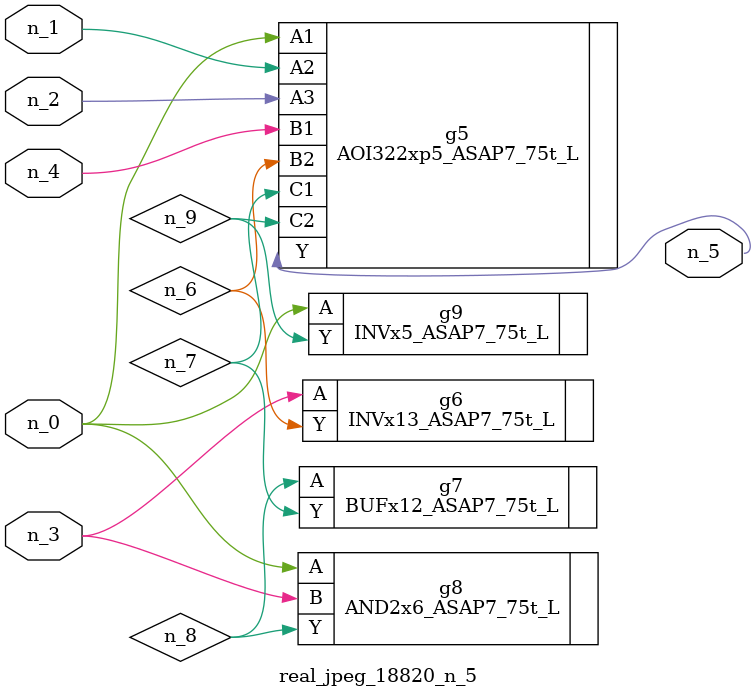
<source format=v>
module real_jpeg_18820_n_5 (n_4, n_0, n_1, n_2, n_3, n_5);

input n_4;
input n_0;
input n_1;
input n_2;
input n_3;

output n_5;

wire n_8;
wire n_6;
wire n_7;
wire n_9;

AOI322xp5_ASAP7_75t_L g5 ( 
.A1(n_0),
.A2(n_1),
.A3(n_2),
.B1(n_4),
.B2(n_6),
.C1(n_7),
.C2(n_9),
.Y(n_5)
);

AND2x6_ASAP7_75t_L g8 ( 
.A(n_0),
.B(n_3),
.Y(n_8)
);

INVx5_ASAP7_75t_L g9 ( 
.A(n_0),
.Y(n_9)
);

INVx13_ASAP7_75t_L g6 ( 
.A(n_3),
.Y(n_6)
);

BUFx12_ASAP7_75t_L g7 ( 
.A(n_8),
.Y(n_7)
);


endmodule
</source>
